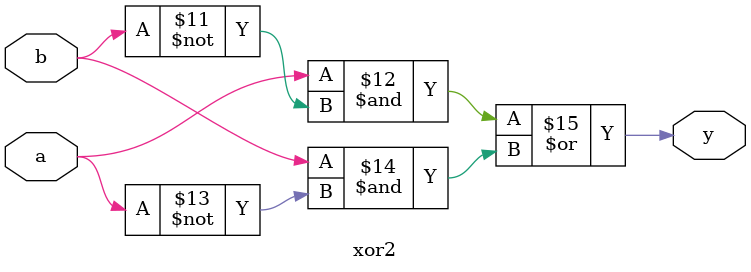
<source format=sv>
module xor2(a,b,y);
  input a,b;
  output y;
  wire w1,w2,w3;
  assign w1=~(a&b);
  assign w2=~(a&(~a&b));
  assign w3=~(b&(~a&b));
  assign y=((a&(~b))|(b&(~a)));
endmodule
</source>
